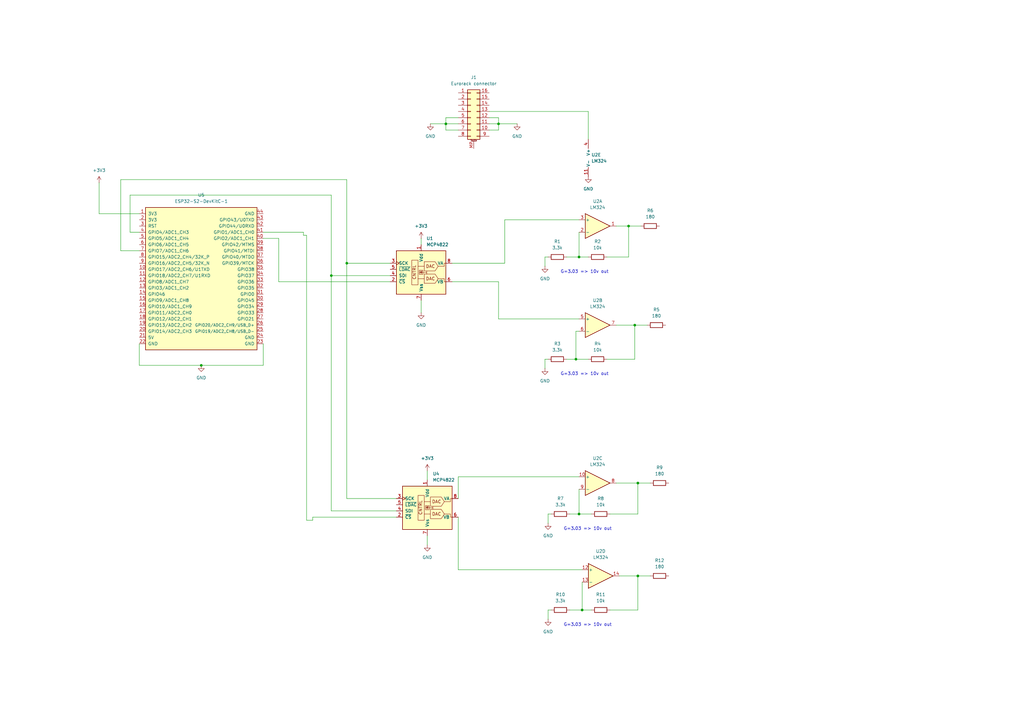
<source format=kicad_sch>
(kicad_sch (version 20231120) (generator "eeschema") (generator_version "8.0")
  (paper "A3")
  (lib_symbols
    (symbol "Amplifier_Operational:LM324" (pin_names (offset 0.127))
      (property "Reference" "U" (at 0 5.08 0))
      (property "Value" "LM324" (at 0 -5.08 0))
      (symbol "LM324_1_1"
        (polyline (pts (xy -5.08 5.08) (xy 5.08 0) (xy -5.08 -5.08) (xy -5.08 5.08)) (stroke (width 0.254)) (fill (type background)))
        (pin output line (at 7.62 0 180) (length 2.54) (name "~") (number "1"))
        (pin input line (at -7.62 -2.54 0) (length 2.54) (name "-") (number "2"))
        (pin input line (at -7.62 2.54 0) (length 2.54) (name "+") (number "3"))
      )
      (symbol "LM324_2_1"
        (polyline (pts (xy -5.08 5.08) (xy 5.08 0) (xy -5.08 -5.08) (xy -5.08 5.08)) (stroke (width 0.254)) (fill (type background)))
        (pin input line (at -7.62 2.54 0) (length 2.54) (name "+") (number "5"))
        (pin input line (at -7.62 -2.54 0) (length 2.54) (name "-") (number "6"))
        (pin output line (at 7.62 0 180) (length 2.54) (name "~") (number "7"))
      )
      (symbol "LM324_3_1"
        (polyline (pts (xy -5.08 5.08) (xy 5.08 0) (xy -5.08 -5.08) (xy -5.08 5.08)) (stroke (width 0.254)) (fill (type background)))
        (pin input line (at -7.62 2.54 0) (length 2.54) (name "+") (number "10"))
        (pin output line (at 7.62 0 180) (length 2.54) (name "~") (number "8"))
        (pin input line (at -7.62 -2.54 0) (length 2.54) (name "-") (number "9"))
      )
      (symbol "LM324_4_1"
        (polyline (pts (xy -5.08 5.08) (xy 5.08 0) (xy -5.08 -5.08) (xy -5.08 5.08)) (stroke (width 0.254)) (fill (type background)))
        (pin input line (at -7.62 2.54 0) (length 2.54) (name "+") (number "12"))
        (pin input line (at -7.62 -2.54 0) (length 2.54) (name "-") (number "13"))
        (pin output line (at 7.62 0 180) (length 2.54) (name "~") (number "14"))
      )
      (symbol "LM324_5_1"
        (pin power_in line (at -2.54 -7.62 90) (length 3.81) (name "V-") (number "11"))
        (pin power_in line (at -2.54 7.62 270) (length 3.81) (name "V+") (number "4"))
      )
    )
    (symbol "Analog_DAC:MCP4822" (pin_names (offset 1.016))
      (property "Reference" "U" (at -2.54 10.795 0))
      (property "Value" "MCP4822" (at -2.54 8.89 0))
      (symbol "MCP4822_0_0"
        (polyline (pts (xy 0 -1.778) (xy 0 -0.635)))
        (polyline (pts (xy 0.381 -0.889) (xy 0.508 -0.762)))
        (polyline (pts (xy 2.286 -1.143) (xy 2.286 -1.905)))
        (polyline (pts (xy 0.381 -0.889) (xy -0.381 -0.889) (xy -0.508 -1.016)))
        (polyline (pts (xy 0.762 -1.27) (xy 2.286 -1.27) (xy 2.286 -0.762)))
        (polyline (pts (xy 0 -0.889) (xy 0.508 -1.397) (xy -0.508 -1.397) (xy 0 -0.889)))
        (polyline (pts (xy 6.985 -3.81) (xy 9.525 -3.81) (xy 9.525 -5.08) (xy 10.16 -5.08)))
        (polyline (pts (xy 6.985 1.27) (xy 9.525 1.27) (xy 9.525 2.54) (xy 10.16 2.54)))
        (rectangle (start 0.762 -0.381) (end -0.762 -2.032))
        (text "CNTRL" (at -2.032 -4.191 900) (effects (font (size 1.27 1.27)) (justify left bottom)))
        (text "DAC" (at 3.81 -3.81 0) (effects (font (size 1.27 1.27))))
        (text "DAC" (at 3.81 1.27 0) (effects (font (size 1.27 1.27))))
      )
      (symbol "MCP4822_0_1"
        (rectangle (start -10.16 7.62) (end 10.16 -10.16) (stroke (width 0.254)) (fill (type background)))
        (rectangle (start -1.27 -6.35) (end -3.81 3.81))
        (polyline (pts (xy 1.27 -3.81) (xy -1.27 -3.81)))
        (polyline (pts (xy 1.27 1.27) (xy -1.27 1.27)))
        (polyline (pts (xy 6.985 -3.81) (xy 5.715 -1.905) (xy 1.27 -1.905) (xy 1.27 -5.715) (xy 5.715 -5.715) (xy 6.985 -3.81)))
        (polyline (pts (xy 6.985 1.27) (xy 5.715 3.175) (xy 1.27 3.175) (xy 1.27 -0.635) (xy 5.715 -0.635) (xy 6.985 1.27)))
      )
      (symbol "MCP4822_1_1"
        (pin power_in line (at 0 10.16 270) (length 2.54) (name "Vdd") (number "1"))
        (pin input line (at -12.7 -5.08 0) (length 2.54) (name "~{CS}") (number "2"))
        (pin input clock (at -12.7 2.54 0) (length 2.54) (name "SCK") (number "3"))
        (pin input line (at -12.7 -2.54 0) (length 2.54) (name "SDI") (number "4"))
        (pin input line (at -12.7 0 0) (length 2.54) (name "~{LDAC}") (number "5"))
        (pin output line (at 12.7 -5.08 180) (length 2.54) (name "VB") (number "6"))
        (pin power_in line (at 0 -12.7 90) (length 2.54) (name "Vss") (number "7"))
        (pin output line (at 12.7 2.54 180) (length 2.54) (name "VA") (number "8"))
      )
    )
    (symbol "Connector_Generic_MountingPin:Conn_02x08_Counter_Clockwise_MountingPin" (pin_names (offset 1.016) hide)
      (property "Reference" "J" (at 1.27 10.16 0))
      (property "Value" "Conn_02x08_Counter_Clockwise_MountingPin" (at 2.54 -12.7 0))
      (symbol "Conn_02x08_Counter_Clockwise_MountingPin_1_1"
        (rectangle (start -1.27 -10.033) (end 0 -10.287) (stroke (width 0.1524)))
        (rectangle (start -1.27 -7.493) (end 0 -7.747) (stroke (width 0.1524)))
        (rectangle (start -1.27 -4.953) (end 0 -5.207) (stroke (width 0.1524)))
        (rectangle (start -1.27 -2.413) (end 0 -2.667) (stroke (width 0.1524)))
        (rectangle (start -1.27 0.127) (end 0 -0.127) (stroke (width 0.1524)))
        (rectangle (start -1.27 2.667) (end 0 2.413) (stroke (width 0.1524)))
        (rectangle (start -1.27 5.207) (end 0 4.953) (stroke (width 0.1524)))
        (rectangle (start -1.27 7.747) (end 0 7.493) (stroke (width 0.1524)))
        (rectangle (start -1.27 8.89) (end 3.81 -11.43) (stroke (width 0.254)) (fill (type background)))
        (polyline (pts (xy 0.254 -12.192) (xy 2.286 -12.192)) (stroke (width 0.1524)))
        (rectangle (start 3.81 -10.033) (end 2.54 -10.287) (stroke (width 0.1524)))
        (rectangle (start 3.81 -7.493) (end 2.54 -7.747) (stroke (width 0.1524)))
        (rectangle (start 3.81 -4.953) (end 2.54 -5.207) (stroke (width 0.1524)))
        (rectangle (start 3.81 -2.413) (end 2.54 -2.667) (stroke (width 0.1524)))
        (rectangle (start 3.81 0.127) (end 2.54 -0.127) (stroke (width 0.1524)))
        (rectangle (start 3.81 2.667) (end 2.54 2.413) (stroke (width 0.1524)))
        (rectangle (start 3.81 5.207) (end 2.54 4.953) (stroke (width 0.1524)))
        (rectangle (start 3.81 7.747) (end 2.54 7.493) (stroke (width 0.1524)))
        (text "Mounting" (at 1.27 -11.811 0) (effects (font (size 0.381 0.381))))
        (pin passive line (at -5.08 7.62 0) (length 3.81) (name "Pin_1") (number "1"))
        (pin passive line (at 7.62 -7.62 180) (length 3.81) (name "Pin_10") (number "10"))
        (pin passive line (at 7.62 -5.08 180) (length 3.81) (name "Pin_11") (number "11"))
        (pin passive line (at 7.62 -2.54 180) (length 3.81) (name "Pin_12") (number "12"))
        (pin passive line (at 7.62 0 180) (length 3.81) (name "Pin_13") (number "13"))
        (pin passive line (at 7.62 2.54 180) (length 3.81) (name "Pin_14") (number "14"))
        (pin passive line (at 7.62 5.08 180) (length 3.81) (name "Pin_15") (number "15"))
        (pin passive line (at 7.62 7.62 180) (length 3.81) (name "Pin_16") (number "16"))
        (pin passive line (at -5.08 5.08 0) (length 3.81) (name "Pin_2") (number "2"))
        (pin passive line (at -5.08 2.54 0) (length 3.81) (name "Pin_3") (number "3"))
        (pin passive line (at -5.08 0 0) (length 3.81) (name "Pin_4") (number "4"))
        (pin passive line (at -5.08 -2.54 0) (length 3.81) (name "Pin_5") (number "5"))
        (pin passive line (at -5.08 -5.08 0) (length 3.81) (name "Pin_6") (number "6"))
        (pin passive line (at -5.08 -7.62 0) (length 3.81) (name "Pin_7") (number "7"))
        (pin passive line (at -5.08 -10.16 0) (length 3.81) (name "Pin_8") (number "8"))
        (pin passive line (at 7.62 -10.16 180) (length 3.81) (name "Pin_9") (number "9"))
        (pin passive line (at 1.27 -15.24 90) (length 3.048) (name "MountPin") (number "MP"))
      )
    )
    (symbol "Device:R" (pin_numbers hide) (pin_names (offset 0))
      (property "Reference" "R" (at 2.032 0 90))
      (property "Value" "R" (at 0 0 90))
      (symbol "R_0_1"
        (rectangle (start -1.016 -2.54) (end 1.016 2.54) (stroke (width 0.254)))
      )
      (symbol "R_1_1"
        (pin passive line (at 0 3.81 270) (length 1.27) (name "~") (number "1"))
        (pin passive line (at 0 -3.81 90) (length 1.27) (name "~") (number "2"))
      )
    )
    (symbol "PCM_Espressif:ESP32-S2-DevKitC-1" (pin_names (offset 1.016))
      (property "Reference" "U" (at -22.86 33.02 0))
      (property "Value" "ESP32-S2-DevKitC-1" (at -22.86 30.48 0))
      (symbol "ESP32-S2-DevKitC-1_0_0"
        (pin input line (at -25.4 -7.62 0) (length 2.54) (name "GPIO46") (number "14"))
        (pin bidirectional line (at -25.4 -20.32 0) (length 2.54) (name "GPIO13/ADC2_CH2") (number "19"))
        (pin power_in line (at -25.4 22.86 0) (length 2.54) (name "3V3") (number "2"))
        (pin bidirectional line (at 25.4 12.7 180) (length 2.54) (name "GPIO42/MTMS") (number "39"))
        (pin bidirectional line (at 25.4 15.24 180) (length 2.54) (name "GPIO2/ADC1_CH1") (number "40"))
        (pin bidirectional line (at 25.4 17.78 180) (length 2.54) (name "GPIO1/ADC1_CH0") (number "41"))
        (pin bidirectional line (at 25.4 20.32 180) (length 2.54) (name "GPIO44/U0RXD") (number "42"))
        (pin bidirectional line (at 25.4 22.86 180) (length 2.54) (name "GPIO43/U0TXD") (number "43"))
        (pin power_in line (at 25.4 25.4 180) (length 2.54) (name "GND") (number "44"))
      )
      (symbol "ESP32-S2-DevKitC-1_0_1"
        (rectangle (start -22.86 27.94) (end 22.86 -30.48) (stroke (width 0.254)) (fill (type background)))
      )
      (symbol "ESP32-S2-DevKitC-1_1_1"
        (pin power_in line (at -25.4 25.4 0) (length 2.54) (name "3V3") (number "1"))
        (pin bidirectional line (at -25.4 2.54 0) (length 2.54) (name "GPIO17/ADC2_CH6/U1TXD") (number "10"))
        (pin bidirectional line (at -25.4 0 0) (length 2.54) (name "GPIO18/ADC2_CH7/U1RXD") (number "11"))
        (pin bidirectional line (at -25.4 -2.54 0) (length 2.54) (name "GPIO8/ADC1_CH7") (number "12"))
        (pin bidirectional line (at -25.4 -5.08 0) (length 2.54) (name "GPIO3/ADC1_CH2") (number "13"))
        (pin bidirectional line (at -25.4 -10.16 0) (length 2.54) (name "GPIO9/ADC1_CH8") (number "15"))
        (pin bidirectional line (at -25.4 -12.7 0) (length 2.54) (name "GPIO10/ADC1_CH9") (number "16"))
        (pin bidirectional line (at -25.4 -15.24 0) (length 2.54) (name "GPIO11/ADC2_CH0") (number "17"))
        (pin bidirectional line (at -25.4 -17.78 0) (length 2.54) (name "GPIO12/ADC2_CH1") (number "18"))
        (pin bidirectional line (at -25.4 -22.86 0) (length 2.54) (name "GPIO14/ADC2_CH3") (number "20"))
        (pin power_in line (at -25.4 -25.4 0) (length 2.54) (name "5V") (number "21"))
        (pin power_in line (at -25.4 -27.94 0) (length 2.54) (name "GND") (number "22"))
        (pin power_in line (at 25.4 -27.94 180) (length 2.54) (name "GND") (number "23"))
        (pin power_in line (at 25.4 -25.4 180) (length 2.54) (name "GND") (number "24"))
        (pin bidirectional line (at 25.4 -22.86 180) (length 2.54) (name "GPIO19/ADC2_CH8/USB_D-") (number "25"))
        (pin bidirectional line (at 25.4 -20.32 180) (length 2.54) (name "GPIO20/ADC2_CH9/USB_D+") (number "26"))
        (pin bidirectional line (at 25.4 -17.78 180) (length 2.54) (name "GPIO21") (number "27"))
        (pin bidirectional line (at 25.4 -15.24 180) (length 2.54) (name "GPIO33") (number "28"))
        (pin bidirectional line (at 25.4 -12.7 180) (length 2.54) (name "GPIO34") (number "29"))
        (pin input line (at -25.4 20.32 0) (length 2.54) (name "RST") (number "3"))
        (pin bidirectional line (at 25.4 -10.16 180) (length 2.54) (name "GPIO45") (number "30"))
        (pin bidirectional line (at 25.4 -7.62 180) (length 2.54) (name "GPIO0") (number "31"))
        (pin bidirectional line (at 25.4 -5.08 180) (length 2.54) (name "GPIO35") (number "32"))
        (pin bidirectional line (at 25.4 -2.54 180) (length 2.54) (name "GPIO36") (number "33"))
        (pin bidirectional line (at 25.4 0 180) (length 2.54) (name "GPIO37") (number "34"))
        (pin bidirectional line (at 25.4 2.54 180) (length 2.54) (name "GPIO38") (number "35"))
        (pin bidirectional line (at 25.4 5.08 180) (length 2.54) (name "GPIO39/MTCK") (number "36"))
        (pin bidirectional line (at 25.4 7.62 180) (length 2.54) (name "GPIO40/MTDO") (number "37"))
        (pin bidirectional line (at 25.4 10.16 180) (length 2.54) (name "GPIO41/MTDI") (number "38"))
        (pin bidirectional line (at -25.4 17.78 0) (length 2.54) (name "GPIO4/ADC1_CH3") (number "4"))
        (pin bidirectional line (at -25.4 15.24 0) (length 2.54) (name "GPIO5/ADC1_CH4") (number "5"))
        (pin bidirectional line (at -25.4 12.7 0) (length 2.54) (name "GPIO6/ADC1_CH5") (number "6"))
        (pin bidirectional line (at -25.4 10.16 0) (length 2.54) (name "GPIO7/ADC1_CH6") (number "7"))
        (pin bidirectional line (at -25.4 7.62 0) (length 2.54) (name "GPIO15/ADC2_CH4/32K_P") (number "8"))
        (pin bidirectional line (at -25.4 5.08 0) (length 2.54) (name "GPIO16/ADC2_CH5/32K_N") (number "9"))
      )
    )
    (symbol "power:+3V3" (power) (pin_numbers hide) (pin_names (offset 0) hide)
      (property "Value" "+3V3" (at 0 3.556 0))
      (symbol "+3V3_0_1"
        (polyline (pts (xy -0.762 1.27) (xy 0 2.54)))
        (polyline (pts (xy 0 0) (xy 0 2.54)))
        (polyline (pts (xy 0 2.54) (xy 0.762 1.27)))
      )
      (symbol "+3V3_1_1"
        (pin power_in line (at 0 0 90) (length 0) (name "~") (number "1"))
      )
    )
    (symbol "power:GND" (power) (pin_numbers hide) (pin_names (offset 0) hide)
      (property "Value" "GND" (at 0 -3.81 0))
      (symbol "GND_0_1"
        (polyline (pts (xy 0 0) (xy 0 -1.27) (xy 1.27 -1.27) (xy 0 -2.54) (xy -1.27 -1.27) (xy 0 -1.27)))
      )
      (symbol "GND_1_1"
        (pin power_in line (at 0 0 270) (length 0) (name "~") (number "1"))
      )
    )
  )
  (junction (at 238.76 250.19))
  (junction (at 260.35 133.35))
  (junction (at 236.22 147.32))
  (junction (at 204.47 50.8))
  (junction (at 261.62 198.12))
  (junction (at 142.24 107.95))
  (junction (at 261.62 236.22))
  (junction (at 237.49 210.82))
  (junction (at 257.81 92.71))
  (junction (at 135.89 113.03))
  (junction (at 182.88 50.8))
  (junction (at 237.49 105.41))
  (junction (at 82.55 149.86))
  (wire (pts (xy 49.53 102.87) (xy 49.53 73.66)))
  (wire (pts (xy 200.66 53.34) (xy 204.47 53.34)))
  (wire (pts (xy 223.52 109.22) (xy 223.52 105.41)))
  (wire (pts (xy 223.52 147.32) (xy 224.79 147.32)))
  (wire (pts (xy 124.46 95.25) (xy 107.95 95.25)))
  (wire (pts (xy 248.92 105.41) (xy 257.81 105.41)))
  (wire (pts (xy 49.53 73.66) (xy 142.24 73.66)))
  (wire (pts (xy 204.47 50.8) (xy 212.09 50.8)))
  (wire (pts (xy 207.01 107.95) (xy 185.42 107.95)))
  (wire (pts (xy 142.24 107.95) (xy 142.24 204.47)))
  (wire (pts (xy 261.62 198.12) (xy 261.62 210.82)))
  (wire (pts (xy 204.47 130.81) (xy 204.47 115.57)))
  (wire (pts (xy 224.79 254) (xy 224.79 250.19)))
  (wire (pts (xy 57.15 95.25) (xy 53.34 95.25)))
  (wire (pts (xy 254 236.22) (xy 261.62 236.22)))
  (wire (pts (xy 236.22 135.89) (xy 236.22 147.32)))
  (wire (pts (xy 224.79 214.63) (xy 224.79 210.82)))
  (wire (pts (xy 237.49 200.66) (xy 237.49 210.82)))
  (wire (pts (xy 187.96 195.58) (xy 237.49 195.58)))
  (wire (pts (xy 142.24 204.47) (xy 162.56 204.47)))
  (wire (pts (xy 142.24 73.66) (xy 142.24 107.95)))
  (wire (pts (xy 200.66 45.72) (xy 241.3 45.72)))
  (wire (pts (xy 57.15 87.63) (xy 40.64 87.63)))
  (wire (pts (xy 128.27 212.09) (xy 162.56 212.09)))
  (wire (pts (xy 257.81 105.41) (xy 257.81 92.71)))
  (wire (pts (xy 57.15 149.86) (xy 82.55 149.86)))
  (wire (pts (xy 160.02 113.03) (xy 135.89 113.03)))
  (wire (pts (xy 260.35 147.32) (xy 260.35 133.35)))
  (wire (pts (xy 233.68 250.19) (xy 238.76 250.19)))
  (wire (pts (xy 250.19 250.19) (xy 261.62 250.19)))
  (wire (pts (xy 135.89 80.01) (xy 135.89 113.03)))
  (wire (pts (xy 124.46 96.52) (xy 125.73 96.52)))
  (wire (pts (xy 128.27 213.36) (xy 128.27 212.09)))
  (wire (pts (xy 260.35 133.35) (xy 252.73 133.35)))
  (wire (pts (xy 204.47 115.57) (xy 185.42 115.57)))
  (wire (pts (xy 207.01 90.17) (xy 237.49 90.17)))
  (wire (pts (xy 124.46 96.52) (xy 124.46 95.25)))
  (wire (pts (xy 175.26 193.04) (xy 175.26 196.85)))
  (wire (pts (xy 128.27 213.36) (xy 125.73 213.36)))
  (wire (pts (xy 187.96 212.09) (xy 187.96 233.68)))
  (wire (pts (xy 187.96 48.26) (xy 182.88 48.26)))
  (wire (pts (xy 176.53 50.8) (xy 182.88 50.8)))
  (wire (pts (xy 107.95 140.97) (xy 107.95 149.86)))
  (wire (pts (xy 175.26 219.71) (xy 175.26 223.52)))
  (wire (pts (xy 238.76 238.76) (xy 238.76 250.19)))
  (wire (pts (xy 257.81 92.71) (xy 262.89 92.71)))
  (wire (pts (xy 237.49 95.25) (xy 237.49 105.41)))
  (wire (pts (xy 204.47 48.26) (xy 200.66 48.26)))
  (wire (pts (xy 252.73 198.12) (xy 261.62 198.12)))
  (wire (pts (xy 160.02 115.57) (xy 114.3 115.57)))
  (wire (pts (xy 232.41 147.32) (xy 236.22 147.32)))
  (wire (pts (xy 182.88 48.26) (xy 182.88 50.8)))
  (wire (pts (xy 207.01 90.17) (xy 207.01 107.95)))
  (wire (pts (xy 224.79 250.19) (xy 226.06 250.19)))
  (wire (pts (xy 204.47 50.8) (xy 204.47 48.26)))
  (wire (pts (xy 261.62 198.12) (xy 266.7 198.12)))
  (wire (pts (xy 237.49 105.41) (xy 241.3 105.41)))
  (wire (pts (xy 204.47 53.34) (xy 204.47 50.8)))
  (wire (pts (xy 238.76 250.19) (xy 242.57 250.19)))
  (wire (pts (xy 114.3 97.79) (xy 107.95 97.79)))
  (wire (pts (xy 232.41 105.41) (xy 237.49 105.41)))
  (wire (pts (xy 182.88 50.8) (xy 182.88 53.34)))
  (wire (pts (xy 57.15 140.97) (xy 57.15 149.86)))
  (wire (pts (xy 257.81 92.71) (xy 252.73 92.71)))
  (wire (pts (xy 237.49 210.82) (xy 242.57 210.82)))
  (wire (pts (xy 250.19 210.82) (xy 261.62 210.82)))
  (wire (pts (xy 241.3 45.72) (xy 241.3 57.15)))
  (wire (pts (xy 261.62 236.22) (xy 266.7 236.22)))
  (wire (pts (xy 172.72 97.79) (xy 172.72 100.33)))
  (wire (pts (xy 142.24 107.95) (xy 160.02 107.95)))
  (wire (pts (xy 125.73 96.52) (xy 125.73 213.36)))
  (wire (pts (xy 135.89 209.55) (xy 162.56 209.55)))
  (wire (pts (xy 248.92 147.32) (xy 260.35 147.32)))
  (wire (pts (xy 53.34 95.25) (xy 53.34 80.01)))
  (wire (pts (xy 260.35 133.35) (xy 265.43 133.35)))
  (wire (pts (xy 107.95 149.86) (xy 82.55 149.86)))
  (wire (pts (xy 172.72 123.19) (xy 172.72 128.27)))
  (wire (pts (xy 236.22 147.32) (xy 241.3 147.32)))
  (wire (pts (xy 224.79 210.82) (xy 226.06 210.82)))
  (wire (pts (xy 135.89 113.03) (xy 135.89 209.55)))
  (wire (pts (xy 182.88 53.34) (xy 187.96 53.34)))
  (wire (pts (xy 182.88 50.8) (xy 187.96 50.8)))
  (wire (pts (xy 237.49 130.81) (xy 204.47 130.81)))
  (wire (pts (xy 223.52 105.41) (xy 224.79 105.41)))
  (wire (pts (xy 261.62 250.19) (xy 261.62 236.22)))
  (wire (pts (xy 57.15 102.87) (xy 49.53 102.87)))
  (wire (pts (xy 233.68 210.82) (xy 237.49 210.82)))
  (wire (pts (xy 187.96 233.68) (xy 238.76 233.68)))
  (wire (pts (xy 53.34 80.01) (xy 135.89 80.01)))
  (wire (pts (xy 237.49 135.89) (xy 236.22 135.89)))
  (wire (pts (xy 114.3 115.57) (xy 114.3 97.79)))
  (wire (pts (xy 223.52 151.13) (xy 223.52 147.32)))
  (wire (pts (xy 40.64 87.63) (xy 40.64 74.93)))
  (wire (pts (xy 200.66 50.8) (xy 204.47 50.8)))
  (wire (pts (xy 187.96 204.47) (xy 187.96 195.58)))
  (text "G=3.03 => 10v out" (at 241.046 216.916 0) (effects (font (size 1.27 1.27))))
  (text "G=3.03 => 10v out" (at 239.776 153.416 0) (effects (font (size 1.27 1.27))))
  (text "G=3.03 => 10v out" (at 241.046 256.286 0) (effects (font (size 1.27 1.27))))
  (text "G=3.03 => 10v out" (at 239.776 111.506 0) (effects (font (size 1.27 1.27))))
  (symbol (lib_id "power:GND") (at 223.52 109.22 0) (unit 1)
    (property "Reference" "#PWR01" (effects (hide yes)))
    (property "Value" "GND" (at 223.52 114.3 0))
    (property "Description" "Power symbol creates a global label with name \"GND\" , ground" (effects (hide yes)))
  )
  (symbol (lib_id "PCM_Espressif:ESP32-S2-DevKitC-1") (at 82.55 113.03 0) (unit 1)
    (property "Reference" "U5" (at 82.55 80.01 0))
    (property "Value" "ESP32-S2-DevKitC-1" (at 82.55 82.55 0))
    (property "Footprint" "PCM_Espressif:ESP32-S2-DevKitC-1" (effects (hide yes)))
    (property "Datasheet" "https://docs.espressif.com/projects/esp-idf/en/latest/esp32s2/hw-reference/esp32s2/user-guide-s2-devkitc-1.html" (effects (hide yes)))
    (property "Description" "ESP32-S2-DevKitC-1" (effects (hide yes)))
  )
  (symbol (lib_id "power:GND") (at 224.79 254 0) (unit 1)
    (property "Reference" "#PWR09" (effects (hide yes)))
    (property "Value" "GND" (at 224.79 259.08 0))
    (property "Description" "Power symbol creates a global label with name \"GND\" , ground" (effects (hide yes)))
  )
  (symbol (lib_id "Device:R") (at 228.6 105.41 90) (unit 1)
    (property "Reference" "R1" (at 228.6 99.06 90))
    (property "Value" "3.3k" (at 228.6 101.6 90))
    (property "Description" "Resistor" (effects (hide yes)))
  )
  (symbol (lib_id "power:GND") (at 212.09 50.8 0) (unit 1)
    (property "Reference" "#PWR010" (effects (hide yes)))
    (property "Value" "GND" (at 212.09 55.88 0))
    (property "Description" "Power symbol creates a global label with name \"GND\" , ground" (effects (hide yes)))
  )
  (symbol (lib_id "power:GND") (at 172.72 128.27 0) (unit 1)
    (property "Reference" "#PWR05" (effects (hide yes)))
    (property "Value" "GND" (at 172.72 133.35 0))
    (property "Description" "Power symbol creates a global label with name \"GND\" , ground" (effects (hide yes)))
  )
  (symbol (lib_id "Device:R") (at 228.6 147.32 90) (unit 1)
    (property "Reference" "R3" (at 228.6 140.97 90))
    (property "Value" "3.3k" (at 228.6 143.51 90))
    (property "Description" "Resistor" (effects (hide yes)))
  )
  (symbol (lib_id "power:+3V3") (at 175.26 193.04 0) (unit 1)
    (property "Reference" "#PWR04" (effects (hide yes)))
    (property "Value" "+3V3" (at 175.26 187.96 0))
    (property "Description" "Power symbol creates a global label with name \"+3V3\"" (effects (hide yes)))
  )
  (symbol (lib_id "Amplifier_Operational:LM324") (at 246.38 236.22 0) (unit 4)
    (property "Reference" "U2" (at 246.38 226.06 0))
    (property "Value" "LM324" (at 246.38 228.6 0))
    (property "Datasheet" "http://www.ti.com/lit/ds/symlink/lm2902-n.pdf" (effects (hide yes)))
    (property "Description" "Low-Power, Quad-Operational Amplifiers, DIP-14/SOIC-14/SSOP-14" (effects (hide yes)))
  )
  (symbol (lib_id "Device:R") (at 266.7 92.71 90) (unit 1)
    (property "Reference" "R6" (at 266.7 86.36 90))
    (property "Value" "180" (at 266.7 88.9 90))
    (property "Description" "Resistor" (effects (hide yes)))
  )
  (symbol (lib_id "power:GND") (at 224.79 214.63 0) (unit 1)
    (property "Reference" "#PWR08" (effects (hide yes)))
    (property "Value" "GND" (at 224.79 219.71 0))
    (property "Description" "Power symbol creates a global label with name \"GND\" , ground" (effects (hide yes)))
  )
  (symbol (lib_id "Amplifier_Operational:LM324") (at 245.11 198.12 0) (unit 3)
    (property "Reference" "U2" (at 245.11 187.96 0))
    (property "Value" "LM324" (at 245.11 190.5 0))
    (property "Datasheet" "http://www.ti.com/lit/ds/symlink/lm2902-n.pdf" (effects (hide yes)))
    (property "Description" "Low-Power, Quad-Operational Amplifiers, DIP-14/SOIC-14/SSOP-14" (effects (hide yes)))
  )
  (symbol (lib_id "power:+3V3") (at 40.64 74.93 0) (unit 1)
    (property "Reference" "#PWR07" (effects (hide yes)))
    (property "Value" "+3V3" (at 40.64 69.85 0))
    (property "Description" "Power symbol creates a global label with name \"+3V3\"" (effects (hide yes)))
  )
  (symbol (lib_id "Device:R") (at 270.51 236.22 90) (unit 1)
    (property "Reference" "R12" (at 270.51 229.87 90))
    (property "Value" "180" (at 270.51 232.41 90))
    (property "Description" "Resistor" (effects (hide yes)))
  )
  (symbol (lib_id "Amplifier_Operational:LM324") (at 245.11 92.71 0) (unit 1)
    (property "Reference" "U2" (at 245.11 82.55 0))
    (property "Value" "LM324" (at 245.11 85.09 0))
    (property "Datasheet" "http://www.ti.com/lit/ds/symlink/lm2902-n.pdf" (effects (hide yes)))
    (property "Description" "Low-Power, Quad-Operational Amplifiers, DIP-14/SOIC-14/SSOP-14" (effects (hide yes)))
  )
  (symbol (lib_id "power:GND") (at 223.52 151.13 0) (unit 1)
    (property "Reference" "#PWR02" (effects (hide yes)))
    (property "Value" "GND" (at 223.52 156.21 0))
    (property "Description" "Power symbol creates a global label with name \"GND\" , ground" (effects (hide yes)))
  )
  (symbol (lib_id "Device:R") (at 270.51 198.12 90) (unit 1)
    (property "Reference" "R9" (at 270.51 191.77 90))
    (property "Value" "180" (at 270.51 194.31 90))
    (property "Description" "Resistor" (effects (hide yes)))
  )
  (symbol (lib_id "power:GND") (at 176.53 50.8 0) (unit 1)
    (property "Reference" "#PWR011" (effects (hide yes)))
    (property "Value" "GND" (at 176.53 55.88 0))
    (property "Description" "Power symbol creates a global label with name \"GND\" , ground" (effects (hide yes)))
  )
  (symbol (lib_id "Device:R") (at 245.11 147.32 90) (unit 1)
    (property "Reference" "R4" (at 245.11 140.97 90))
    (property "Value" "10k" (at 245.11 143.51 90))
    (property "Description" "Resistor" (effects (hide yes)))
  )
  (symbol (lib_id "Analog_DAC:MCP4822") (at 172.72 110.49 0) (unit 1)
    (property "Reference" "U1" (at 174.9141 97.79 0) (effects (justify left)))
    (property "Value" "MCP4822" (at 174.9141 100.33 0) (effects (justify left)))
    (property "Datasheet" "http://ww1.microchip.com/downloads/en/DeviceDoc/20002249B.pdf" (effects (hide yes)))
    (property "Description" "2-Channel 12-Bit D/A Converters with SPI Interface and Internal Reference (2.048V)" (effects (hide yes)))
  )
  (symbol (lib_id "Amplifier_Operational:LM324") (at 243.84 64.77 0) (unit 5)
    (property "Reference" "U2" (at 242.57 63.4999 0) (effects (justify left)))
    (property "Value" "LM324" (at 242.57 66.0399 0) (effects (justify left)))
    (property "Datasheet" "http://www.ti.com/lit/ds/symlink/lm2902-n.pdf" (effects (hide yes)))
    (property "Description" "Low-Power, Quad-Operational Amplifiers, DIP-14/SOIC-14/SSOP-14" (effects (hide yes)))
  )
  (symbol (lib_id "Device:R") (at 245.11 105.41 90) (unit 1)
    (property "Reference" "R2" (at 245.11 99.06 90))
    (property "Value" "10k" (at 245.11 101.6 90))
    (property "Description" "Resistor" (effects (hide yes)))
  )
  (symbol (lib_id "Analog_DAC:MCP4822") (at 175.26 207.01 0) (unit 1)
    (property "Reference" "U4" (at 177.4541 194.31 0) (effects (justify left)))
    (property "Value" "MCP4822" (at 177.4541 196.85 0) (effects (justify left)))
    (property "Datasheet" "http://ww1.microchip.com/downloads/en/DeviceDoc/20002249B.pdf" (effects (hide yes)))
    (property "Description" "2-Channel 12-Bit D/A Converters with SPI Interface and Internal Reference (2.048V)" (effects (hide yes)))
  )
  (symbol (lib_id "Device:R") (at 246.38 210.82 90) (unit 1)
    (property "Reference" "R8" (at 246.38 204.47 90))
    (property "Value" "10k" (at 246.38 207.01 90))
    (property "Description" "Resistor" (effects (hide yes)))
  )
  (symbol (lib_id "power:+3V3") (at 172.72 97.79 0) (unit 1)
    (property "Reference" "#PWR03" (effects (hide yes)))
    (property "Value" "+3V3" (at 172.72 92.71 0))
    (property "Description" "Power symbol creates a global label with name \"+3V3\"" (effects (hide yes)))
  )
  (symbol (lib_id "Amplifier_Operational:LM324") (at 245.11 133.35 0) (unit 2)
    (property "Reference" "U2" (at 245.11 123.19 0))
    (property "Value" "LM324" (at 245.11 125.73 0))
    (property "Datasheet" "http://www.ti.com/lit/ds/symlink/lm2902-n.pdf" (effects (hide yes)))
    (property "Description" "Low-Power, Quad-Operational Amplifiers, DIP-14/SOIC-14/SSOP-14" (effects (hide yes)))
  )
  (symbol (lib_id "Connector_Generic_MountingPin:Conn_02x08_Counter_Clockwise_MountingPin") (at 193.04 45.72 0) (unit 1)
    (property "Reference" "J1" (at 194.31 31.75 0))
    (property "Value" "Eurorack connector" (at 194.31 34.29 0))
    (property "Description" "Generic connectable mounting pin connector, double row, 02x08, counter clockwise pin numbering scheme (similar to DIP package numbering), script generated (kicad-library-utils/schlib/autogen/connector/)" (effects (hide yes)))
  )
  (symbol (lib_id "power:GND") (at 175.26 223.52 0) (unit 1)
    (property "Reference" "#PWR06" (effects (hide yes)))
    (property "Value" "GND" (at 175.26 228.6 0))
    (property "Description" "Power symbol creates a global label with name \"GND\" , ground" (effects (hide yes)))
  )
  (symbol (lib_id "Device:R") (at 229.87 210.82 90) (unit 1)
    (property "Reference" "R7" (at 229.87 204.47 90))
    (property "Value" "3.3k" (at 229.87 207.01 90))
    (property "Description" "Resistor" (effects (hide yes)))
  )
  (symbol (lib_id "Device:R") (at 269.24 133.35 90) (unit 1)
    (property "Reference" "R5" (at 269.24 127 90))
    (property "Value" "180" (at 269.24 129.54 90))
    (property "Description" "Resistor" (effects (hide yes)))
  )
  (symbol (lib_id "power:GND") (at 82.55 149.86 0) (unit 1)
    (property "Reference" "#PWR013" (effects (hide yes)))
    (property "Value" "GND" (at 82.55 154.94 0))
    (property "Description" "Power symbol creates a global label with name \"GND\" , ground" (effects (hide yes)))
  )
  (symbol (lib_id "power:GND") (at 241.3 72.39 0) (unit 1)
    (property "Reference" "#PWR012" (effects (hide yes)))
    (property "Value" "GND" (at 241.3 77.47 0))
    (property "Description" "Power symbol creates a global label with name \"GND\" , ground" (effects (hide yes)))
  )
  (symbol (lib_id "Device:R") (at 229.87 250.19 90) (unit 1)
    (property "Reference" "R10" (at 229.87 243.84 90))
    (property "Value" "3.3k" (at 229.87 246.38 90))
    (property "Description" "Resistor" (effects (hide yes)))
  )
  (symbol (lib_id "Device:R") (at 246.38 250.19 90) (unit 1)
    (property "Reference" "R11" (at 246.38 243.84 90))
    (property "Value" "10k" (at 246.38 246.38 90))
    (property "Description" "Resistor" (effects (hide yes)))
  )
)
</source>
